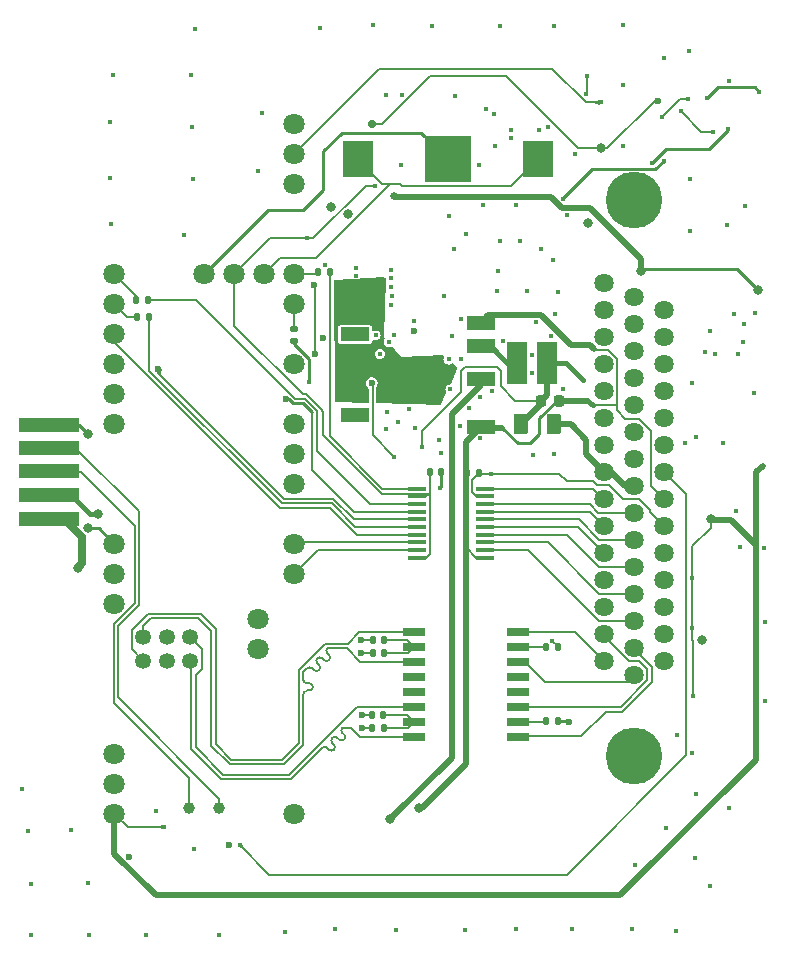
<source format=gtl>
G04 #@! TF.GenerationSoftware,KiCad,Pcbnew,8.0.4*
G04 #@! TF.CreationDate,2025-04-09T14:15:45-04:00*
G04 #@! TF.ProjectId,accessory_v4,61636365-7373-46f7-9279-5f76342e6b69,rev?*
G04 #@! TF.SameCoordinates,Original*
G04 #@! TF.FileFunction,Copper,L1,Top*
G04 #@! TF.FilePolarity,Positive*
%FSLAX46Y46*%
G04 Gerber Fmt 4.6, Leading zero omitted, Abs format (unit mm)*
G04 Created by KiCad (PCBNEW 8.0.4) date 2025-04-09 14:15:45*
%MOMM*%
%LPD*%
G01*
G04 APERTURE LIST*
G04 Aperture macros list*
%AMRoundRect*
0 Rectangle with rounded corners*
0 $1 Rounding radius*
0 $2 $3 $4 $5 $6 $7 $8 $9 X,Y pos of 4 corners*
0 Add a 4 corners polygon primitive as box body*
4,1,4,$2,$3,$4,$5,$6,$7,$8,$9,$2,$3,0*
0 Add four circle primitives for the rounded corners*
1,1,$1+$1,$2,$3*
1,1,$1+$1,$4,$5*
1,1,$1+$1,$6,$7*
1,1,$1+$1,$8,$9*
0 Add four rect primitives between the rounded corners*
20,1,$1+$1,$2,$3,$4,$5,0*
20,1,$1+$1,$4,$5,$6,$7,0*
20,1,$1+$1,$6,$7,$8,$9,0*
20,1,$1+$1,$8,$9,$2,$3,0*%
G04 Aperture macros list end*
G04 #@! TA.AperFunction,EtchedComponent*
%ADD10C,0.000000*%
G04 #@! TD*
G04 #@! TA.AperFunction,SMDPad,CuDef*
%ADD11R,5.200000X1.250000*%
G04 #@! TD*
G04 #@! TA.AperFunction,ComponentPad*
%ADD12C,1.800000*%
G04 #@! TD*
G04 #@! TA.AperFunction,ComponentPad*
%ADD13C,1.000000*%
G04 #@! TD*
G04 #@! TA.AperFunction,ComponentPad*
%ADD14C,1.350000*%
G04 #@! TD*
G04 #@! TA.AperFunction,SMDPad,CuDef*
%ADD15RoundRect,0.140000X0.140000X0.170000X-0.140000X0.170000X-0.140000X-0.170000X0.140000X-0.170000X0*%
G04 #@! TD*
G04 #@! TA.AperFunction,ComponentPad*
%ADD16C,1.638000*%
G04 #@! TD*
G04 #@! TA.AperFunction,ComponentPad*
%ADD17C,4.801000*%
G04 #@! TD*
G04 #@! TA.AperFunction,SMDPad,CuDef*
%ADD18RoundRect,0.051250X-0.733750X-0.153750X0.733750X-0.153750X0.733750X0.153750X-0.733750X0.153750X0*%
G04 #@! TD*
G04 #@! TA.AperFunction,SMDPad,CuDef*
%ADD19RoundRect,0.135000X-0.135000X-0.185000X0.135000X-0.185000X0.135000X0.185000X-0.135000X0.185000X0*%
G04 #@! TD*
G04 #@! TA.AperFunction,SMDPad,CuDef*
%ADD20R,2.440000X1.200000*%
G04 #@! TD*
G04 #@! TA.AperFunction,SMDPad,CuDef*
%ADD21RoundRect,0.225000X-0.225000X-0.250000X0.225000X-0.250000X0.225000X0.250000X-0.225000X0.250000X0*%
G04 #@! TD*
G04 #@! TA.AperFunction,SMDPad,CuDef*
%ADD22C,0.500000*%
G04 #@! TD*
G04 #@! TA.AperFunction,SMDPad,CuDef*
%ADD23R,2.540000X3.170000*%
G04 #@! TD*
G04 #@! TA.AperFunction,SMDPad,CuDef*
%ADD24R,3.960000X3.960000*%
G04 #@! TD*
G04 #@! TA.AperFunction,SMDPad,CuDef*
%ADD25RoundRect,0.140000X-0.140000X-0.170000X0.140000X-0.170000X0.140000X0.170000X-0.140000X0.170000X0*%
G04 #@! TD*
G04 #@! TA.AperFunction,SMDPad,CuDef*
%ADD26R,1.910000X0.640000*%
G04 #@! TD*
G04 #@! TA.AperFunction,SMDPad,CuDef*
%ADD27RoundRect,0.250000X-0.375000X-0.625000X0.375000X-0.625000X0.375000X0.625000X-0.375000X0.625000X0*%
G04 #@! TD*
G04 #@! TA.AperFunction,SMDPad,CuDef*
%ADD28R,1.701800X3.606800*%
G04 #@! TD*
G04 #@! TA.AperFunction,SMDPad,CuDef*
%ADD29RoundRect,0.135000X-0.185000X0.135000X-0.185000X-0.135000X0.185000X-0.135000X0.185000X0.135000X0*%
G04 #@! TD*
G04 #@! TA.AperFunction,ViaPad*
%ADD30C,0.800000*%
G04 #@! TD*
G04 #@! TA.AperFunction,ViaPad*
%ADD31C,0.450000*%
G04 #@! TD*
G04 #@! TA.AperFunction,ViaPad*
%ADD32C,0.700000*%
G04 #@! TD*
G04 #@! TA.AperFunction,ViaPad*
%ADD33C,0.600000*%
G04 #@! TD*
G04 #@! TA.AperFunction,ViaPad*
%ADD34C,0.650000*%
G04 #@! TD*
G04 #@! TA.AperFunction,Conductor*
%ADD35C,0.500000*%
G04 #@! TD*
G04 #@! TA.AperFunction,Conductor*
%ADD36C,0.700000*%
G04 #@! TD*
G04 #@! TA.AperFunction,Conductor*
%ADD37C,0.150000*%
G04 #@! TD*
G04 #@! TA.AperFunction,Conductor*
%ADD38C,0.200000*%
G04 #@! TD*
G04 #@! TA.AperFunction,Conductor*
%ADD39C,0.250000*%
G04 #@! TD*
G04 #@! TA.AperFunction,Conductor*
%ADD40C,0.400000*%
G04 #@! TD*
G04 APERTURE END LIST*
D10*
G04 #@! TA.AperFunction,EtchedComponent*
G36*
X41840000Y-36360000D02*
G01*
X40840000Y-36360000D01*
X40840000Y-35860000D01*
X41840000Y-35860000D01*
X41840000Y-36360000D01*
G37*
G04 #@! TD.AperFunction*
D11*
X3500000Y-35900000D03*
X3500000Y-37800000D03*
X3500000Y-39800000D03*
X3500000Y-41800000D03*
X3500000Y-43800000D03*
D12*
X8980000Y-63720000D03*
X19140000Y-23080000D03*
X24220000Y-48480000D03*
X24220000Y-45940000D03*
X24220000Y-40860000D03*
X24220000Y-38320000D03*
X24220000Y-35780000D03*
X8980000Y-35780000D03*
X8980000Y-45940000D03*
X8980000Y-48480000D03*
X8980000Y-51020000D03*
X24220000Y-30700000D03*
X24220000Y-25620000D03*
X24220000Y-23080000D03*
X24220000Y-15460000D03*
X24220000Y-12920000D03*
X24220000Y-10380000D03*
X8980000Y-23080000D03*
X8980000Y-25620000D03*
X8980000Y-28160000D03*
X8980000Y-30700000D03*
D13*
X17870000Y-68288000D03*
X15330000Y-68288000D03*
D12*
X24220000Y-68800000D03*
X8980000Y-33240000D03*
X8980000Y-66260000D03*
X16600000Y-23080000D03*
D14*
X13430000Y-53830000D03*
X13430000Y-55830000D03*
X11430000Y-55830000D03*
X11430000Y-53830000D03*
X15430000Y-53830000D03*
X15430000Y-55830000D03*
D12*
X21170000Y-54830000D03*
X21170000Y-52290000D03*
X21680000Y-23080000D03*
X8980000Y-68800000D03*
D15*
X31780000Y-60410000D03*
X30820000Y-60410000D03*
D16*
X50460000Y-55869000D03*
X50460000Y-53583000D03*
X50460000Y-51297000D03*
X50460000Y-49011000D03*
X50460000Y-46725000D03*
X50460000Y-44439000D03*
X50460000Y-42153000D03*
X50460000Y-39867000D03*
X50460000Y-37581000D03*
X50460000Y-35295000D03*
X50460000Y-33009000D03*
X50460000Y-30723000D03*
X50460000Y-28437000D03*
X50460000Y-26151000D03*
X50460000Y-23865000D03*
X53000000Y-57012000D03*
X53000000Y-54726000D03*
X53000000Y-52440000D03*
X53000000Y-50154000D03*
X53000000Y-47868000D03*
X53000000Y-45582000D03*
X53000000Y-43296000D03*
X53000000Y-41010000D03*
X53000000Y-38724000D03*
X53000000Y-36438000D03*
X53000000Y-34152000D03*
X53000000Y-31866000D03*
X53000000Y-29580000D03*
X53000000Y-27294000D03*
X53000000Y-25008000D03*
X55540000Y-55869000D03*
X55540000Y-53583000D03*
X55540000Y-51297000D03*
X55540000Y-49011000D03*
X55540000Y-46725000D03*
X55540000Y-44439000D03*
X55540000Y-42153000D03*
X55540000Y-39867000D03*
X55540000Y-37581000D03*
X55540000Y-35295000D03*
X55540000Y-33009000D03*
X55540000Y-30723000D03*
X55540000Y-28437000D03*
X55540000Y-26151000D03*
D17*
X53000000Y-63895000D03*
X53000000Y-16855000D03*
D18*
X34625000Y-41255000D03*
X34625000Y-41905000D03*
X34625000Y-42555000D03*
X34625000Y-43205000D03*
X34625000Y-43855000D03*
X34625000Y-44505000D03*
X34625000Y-45155000D03*
X34625000Y-45805000D03*
X34625000Y-46455000D03*
X34625000Y-47105000D03*
X40365000Y-47105000D03*
X40365000Y-46455000D03*
X40365000Y-45805000D03*
X40365000Y-45155000D03*
X40365000Y-44505000D03*
X40365000Y-43855000D03*
X40365000Y-43205000D03*
X40365000Y-42555000D03*
X40365000Y-41905000D03*
X40365000Y-41255000D03*
D15*
X31830000Y-55170000D03*
X30870000Y-55170000D03*
D19*
X10890000Y-26720000D03*
X11910000Y-26720000D03*
D20*
X40010000Y-27210000D03*
X40010000Y-29210000D03*
X40010000Y-32010000D03*
X40010000Y-36010000D03*
X29370000Y-28210000D03*
X29370000Y-35010000D03*
D21*
X45085000Y-33810000D03*
X46635000Y-33810000D03*
D19*
X45520000Y-54660000D03*
X46540000Y-54660000D03*
D22*
X41840000Y-36110000D03*
X40840000Y-36110000D03*
D23*
X44831000Y-13385800D03*
X29591000Y-13385800D03*
D24*
X37211000Y-13385800D03*
D15*
X39830000Y-39980000D03*
X38870000Y-39980000D03*
D25*
X35710000Y-39890000D03*
X36670000Y-39890000D03*
D19*
X26270000Y-22960000D03*
X27290000Y-22960000D03*
X45520000Y-60960000D03*
X46540000Y-60960000D03*
D26*
X34385000Y-53395000D03*
X34385000Y-54665000D03*
X34385000Y-55935000D03*
X34385000Y-57205000D03*
X34385000Y-58475000D03*
X34385000Y-59745000D03*
X34385000Y-61015000D03*
X34385000Y-62285000D03*
X43155000Y-62285000D03*
X43155000Y-61015000D03*
X43155000Y-59745000D03*
X43155000Y-58475000D03*
X43155000Y-57205000D03*
X43155000Y-55935000D03*
X43155000Y-54665000D03*
X43155000Y-53395000D03*
D19*
X10850000Y-25270000D03*
X11870000Y-25270000D03*
D15*
X31790000Y-61540000D03*
X30830000Y-61540000D03*
X31840000Y-54090000D03*
X30880000Y-54090000D03*
D27*
X43405600Y-35814000D03*
X46205600Y-35814000D03*
D28*
X43098400Y-30632400D03*
X45598400Y-30632400D03*
D29*
X24240000Y-27740000D03*
X24240000Y-28760000D03*
D30*
X6780000Y-44630000D03*
X6780000Y-36660000D03*
X32350000Y-69270000D03*
D31*
X32220000Y-28860000D03*
X13190000Y-69910000D03*
D32*
X30850000Y-10400000D03*
D31*
X57950000Y-58810000D03*
X56940000Y-9290000D03*
X40868600Y-40020000D03*
D33*
X30784800Y-32334200D03*
D30*
X50215800Y-12446000D03*
D31*
X59697600Y-11051752D03*
X57895000Y-48844200D03*
D30*
X59480000Y-43860000D03*
D31*
X32683600Y-38576400D03*
X57880548Y-53077900D03*
D33*
X55050000Y-8405000D03*
D31*
X63920000Y-39320000D03*
X35020000Y-37720000D03*
X57302400Y-37363400D03*
X48691800Y-32105600D03*
X55570000Y-4800000D03*
X31470000Y-29840000D03*
X60985400Y-10855000D03*
X54508400Y-13679500D03*
X62320000Y-27320000D03*
X37719000Y-20980400D03*
X59131200Y-8229600D03*
X39979600Y-33502600D03*
X41656000Y-20294600D03*
X46970000Y-16705000D03*
X63601600Y-7670800D03*
X55493098Y-13487400D03*
X41859200Y-28752800D03*
X62220000Y-28860000D03*
X37617258Y-28321142D03*
X37443351Y-32859999D03*
X39979600Y-37007800D03*
X37287200Y-30327600D03*
X37292600Y-18209000D03*
X33943000Y-34493200D03*
X55397400Y-9804400D03*
X57577316Y-8314540D03*
D33*
X12700000Y-31115000D03*
X25960000Y-29843800D03*
X25940000Y-24000000D03*
D34*
X32700000Y-16450000D03*
D30*
X63520000Y-24410000D03*
X53620000Y-22830000D03*
D31*
X31110000Y-28290500D03*
X19610000Y-71420000D03*
D30*
X7580000Y-43420000D03*
D31*
X25476200Y-32258000D03*
D33*
X23537891Y-33637509D03*
D31*
X50175194Y-8551318D03*
X53111400Y-73101200D03*
X47777400Y-78511400D03*
X8686800Y-18846800D03*
D33*
X29890000Y-55170000D03*
D31*
X32380000Y-22720000D03*
X42590000Y-11620000D03*
X52019200Y-7061200D03*
X36652200Y-38277800D03*
D30*
X49098200Y-18770600D03*
D31*
X59400000Y-74950000D03*
X12550000Y-68520000D03*
X43357800Y-20320000D03*
X60880000Y-18910000D03*
X33300000Y-13840000D03*
X32440000Y-24220000D03*
X60500000Y-37430000D03*
X27711400Y-78562200D03*
X29440000Y-25930000D03*
X58150000Y-72520000D03*
X1651000Y-70231000D03*
X57637800Y-4200800D03*
X61070000Y-6760000D03*
X38658800Y-78613000D03*
X8610600Y-10261600D03*
X40980000Y-32985002D03*
X63220000Y-26416000D03*
X29440000Y-22620000D03*
X59860000Y-29850000D03*
X6756400Y-74650600D03*
X62001400Y-46202600D03*
X42550000Y-10870000D03*
X59030000Y-29670000D03*
X35365400Y-33020000D03*
X46150000Y-21940000D03*
X36931600Y-24942800D03*
X64109600Y-59283600D03*
X5359400Y-70129400D03*
X17856200Y-79095600D03*
X26870000Y-22300000D03*
X64033400Y-46278800D03*
D33*
X27890000Y-31640000D03*
D31*
X32970000Y-35640000D03*
X41605200Y-2108200D03*
X14859000Y-19761200D03*
X41158404Y-9533598D03*
X47330000Y-18130000D03*
X44324302Y-29946600D03*
X61630000Y-43140000D03*
X15671800Y-15011400D03*
D33*
X29890000Y-54090000D03*
D31*
X45923200Y-28321000D03*
D33*
X29950000Y-60410000D03*
D31*
X57700000Y-19450000D03*
X32816800Y-78638400D03*
X61835000Y-29840000D03*
X31970000Y-7930000D03*
X29340000Y-25050000D03*
X42976800Y-78587600D03*
X45160000Y-20980000D03*
X58240000Y-36880000D03*
X40202800Y-17241200D03*
X46177200Y-38303200D03*
D33*
X29930000Y-61560000D03*
D31*
X15519400Y-6273800D03*
X41480000Y-22840000D03*
X52070000Y-12293600D03*
X32440000Y-25760000D03*
X15710000Y-71807500D03*
X62370000Y-17360000D03*
D33*
X34360000Y-27930000D03*
D31*
X32090000Y-34780000D03*
X43916600Y-24511000D03*
X34350000Y-27080000D03*
X38330000Y-30319802D03*
D30*
X34820000Y-68280000D03*
D31*
X1193800Y-66675000D03*
X38765800Y-19682200D03*
X41220000Y-12230000D03*
X56515000Y-78689200D03*
X40470000Y-9085000D03*
X23418800Y-78841600D03*
X15544800Y-10617200D03*
X44404054Y-38388129D03*
D33*
X26670000Y-28510000D03*
D31*
X63150000Y-33200000D03*
X56600000Y-62090000D03*
X61480000Y-26500000D03*
X30911800Y-2032000D03*
X44348400Y-31445200D03*
X21513800Y-9474200D03*
X29430000Y-23250000D03*
D33*
X18740000Y-71480000D03*
D31*
X37800000Y-8035000D03*
X57760000Y-15070000D03*
D30*
X27370000Y-17420000D03*
D31*
X41427400Y-24511000D03*
X34470000Y-36130000D03*
X15824200Y-2336800D03*
X29380000Y-24220000D03*
D33*
X10200000Y-72430000D03*
D31*
X42976800Y-17272000D03*
X33390000Y-7940000D03*
X38981942Y-34409400D03*
X45720000Y-10668000D03*
X36474400Y-37109400D03*
X32430000Y-23440000D03*
X26416000Y-2260600D03*
X52044600Y-2006600D03*
X21158200Y-14351000D03*
X38252400Y-35991800D03*
X57920000Y-32310000D03*
X46228000Y-2108200D03*
X64109600Y-52578000D03*
X8915400Y-6273800D03*
X39900000Y-13870000D03*
X32490000Y-24990000D03*
D30*
X28810000Y-18020000D03*
D31*
X6858000Y-79019400D03*
X46278800Y-26466800D03*
X32010000Y-36230000D03*
X36525200Y-41198800D03*
X52806600Y-78536800D03*
X55702200Y-70002400D03*
X28330000Y-33510000D03*
X59390000Y-27940000D03*
X11709400Y-79019400D03*
X8610600Y-14986000D03*
D33*
X47480000Y-61000000D03*
D31*
X46050200Y-54127400D03*
X35890200Y-2057400D03*
X44729400Y-27196026D03*
X46532800Y-24587200D03*
X1955800Y-79095600D03*
X58267600Y-67106800D03*
X32650000Y-28240000D03*
D33*
X30378400Y-31130000D03*
D31*
X46960000Y-32800000D03*
X44958000Y-10922000D03*
X1930400Y-74777600D03*
X61036200Y-68275200D03*
X38303200Y-26873200D03*
X25270000Y-20070000D03*
X48958768Y-7841232D03*
X48006000Y-12954000D03*
X49022000Y-6350000D03*
X31090000Y-15610000D03*
X57930000Y-63660000D03*
D30*
X58790000Y-54050000D03*
X5900000Y-47950000D03*
D35*
X53620000Y-21849100D02*
X53620000Y-22830000D01*
X49275900Y-17505000D02*
X53620000Y-21849100D01*
X46865000Y-17505000D02*
X49275900Y-17505000D01*
X32700000Y-16450000D02*
X32866200Y-16616200D01*
X32866200Y-16616200D02*
X45976200Y-16616200D01*
X45976200Y-16616200D02*
X46865000Y-17505000D01*
D36*
X4699400Y-43829400D02*
X3479800Y-43829400D01*
X6250000Y-45380000D02*
X4699400Y-43829400D01*
X6250000Y-47600000D02*
X6250000Y-45380000D01*
X5900000Y-47950000D02*
X6250000Y-47600000D01*
D37*
X11040000Y-51104264D02*
X9280000Y-52864264D01*
X11040000Y-43180000D02*
X11040000Y-51104264D01*
X9280000Y-52864264D02*
X9280000Y-58936000D01*
X17870000Y-67526000D02*
X17870000Y-68288000D01*
X5689400Y-37829400D02*
X11040000Y-43180000D01*
X3479800Y-37829400D02*
X5689400Y-37829400D01*
X9280000Y-58936000D02*
X17870000Y-67526000D01*
X8980000Y-59430000D02*
X15330000Y-65780000D01*
X15330000Y-65780000D02*
X15330000Y-68288000D01*
X8980000Y-52740000D02*
X8980000Y-59430000D01*
X6149000Y-39829400D02*
X10740000Y-44420400D01*
X10740000Y-44420400D02*
X10740000Y-50980000D01*
X3479800Y-39829400D02*
X6149000Y-39829400D01*
X10740000Y-50980000D02*
X8980000Y-52740000D01*
D38*
X24968400Y-33288400D02*
X19140000Y-27460000D01*
X26480000Y-34524696D02*
X25243704Y-33288400D01*
X26700000Y-34760000D02*
X26480000Y-34540000D01*
X26700000Y-36754975D02*
X26700000Y-34760000D01*
X31655025Y-41710000D02*
X26700000Y-36754975D01*
X26480000Y-34540000D02*
X26480000Y-34524696D01*
X35604999Y-41710000D02*
X31655025Y-41710000D01*
X19140000Y-27460000D02*
X19140000Y-23080000D01*
X25243704Y-33288400D02*
X24968400Y-33288400D01*
X35409999Y-41905000D02*
X35604999Y-41710000D01*
D39*
X6780000Y-44630000D02*
X7670000Y-44630000D01*
X7670000Y-44630000D02*
X8980000Y-45940000D01*
D40*
X5329600Y-41829400D02*
X3479800Y-41829400D01*
X6920200Y-43420000D02*
X5329600Y-41829400D01*
X7580000Y-43420000D02*
X6920200Y-43420000D01*
D39*
X6020000Y-35900000D02*
X6780000Y-36660000D01*
X3500000Y-35900000D02*
X6020000Y-35900000D01*
D35*
X40010000Y-32480000D02*
X40010000Y-32010000D01*
X37580000Y-64040000D02*
X37580000Y-34910000D01*
X32350000Y-69270000D02*
X37580000Y-64040000D01*
X37580000Y-34910000D02*
X40010000Y-32480000D01*
X38730000Y-37290000D02*
X40010000Y-36010000D01*
X38730000Y-64560000D02*
X38730000Y-37290000D01*
X35010000Y-68280000D02*
X38730000Y-64560000D01*
X34820000Y-68280000D02*
X35010000Y-68280000D01*
D38*
X42601000Y-15615800D02*
X33378973Y-15615800D01*
X32360000Y-15450000D02*
X31655200Y-15450000D01*
X31655200Y-15450000D02*
X29591000Y-13385800D01*
X33378973Y-15615800D02*
X33213173Y-15450000D01*
X32360000Y-15450000D02*
X26070000Y-21740000D01*
X23020000Y-21740000D02*
X21680000Y-23080000D01*
X33213173Y-15450000D02*
X32360000Y-15450000D01*
X44831000Y-13385800D02*
X42601000Y-15615800D01*
X26070000Y-21740000D02*
X23020000Y-21740000D01*
X33860000Y-61540000D02*
X34385000Y-61015000D01*
X31780000Y-60410000D02*
X33780000Y-60410000D01*
X33780000Y-60410000D02*
X34385000Y-61015000D01*
X31790000Y-61540000D02*
X33860000Y-61540000D01*
X31830000Y-55170000D02*
X33880000Y-55170000D01*
X31840000Y-54090000D02*
X33810000Y-54090000D01*
X33810000Y-54090000D02*
X34385000Y-54665000D01*
X33880000Y-55170000D02*
X34385000Y-54665000D01*
X35752463Y-6320000D02*
X42114463Y-6320000D01*
X57880548Y-48858652D02*
X57880548Y-53077900D01*
X52049000Y-42129000D02*
X53415505Y-42129000D01*
X57950000Y-54129239D02*
X57950000Y-58810000D01*
X57895000Y-51540000D02*
X57895000Y-46155000D01*
X46670000Y-40020000D02*
X47290000Y-40640000D01*
X57880548Y-54059787D02*
X57950000Y-54129239D01*
X57895000Y-48844200D02*
X57880548Y-48858652D01*
X31672463Y-10400000D02*
X35752463Y-6320000D01*
D35*
X51840000Y-75710000D02*
X63350000Y-64200000D01*
D38*
X39629336Y-41905000D02*
X40365000Y-41905000D01*
X54350000Y-43063495D02*
X54350000Y-43249000D01*
X13190000Y-69910000D02*
X13170000Y-69930000D01*
X59480000Y-44570000D02*
X59480000Y-43860000D01*
D35*
X61210000Y-43880000D02*
X59500000Y-43880000D01*
D38*
X55540000Y-44439000D02*
X54350000Y-43249000D01*
X54740000Y-8405000D02*
X55050000Y-8405000D01*
D35*
X63350000Y-46020000D02*
X63350000Y-39890000D01*
D38*
X39870000Y-40020000D02*
X40868600Y-40020000D01*
X39830000Y-39980000D02*
X39280000Y-40530000D01*
X48240463Y-12446000D02*
X50215800Y-12446000D01*
X30861000Y-36753800D02*
X30861000Y-32410400D01*
X42114463Y-6320000D02*
X48240463Y-12446000D01*
D35*
X63350000Y-39890000D02*
X63920000Y-39320000D01*
D38*
X56940000Y-9290000D02*
X58701752Y-11051752D01*
X13170000Y-69930000D02*
X10110000Y-69930000D01*
X30861000Y-32410400D02*
X30784800Y-32334200D01*
X10110000Y-69930000D02*
X8980000Y-68800000D01*
X47290000Y-40640000D02*
X49533000Y-40640000D01*
X50699000Y-12446000D02*
X54740000Y-8405000D01*
X30850000Y-10400000D02*
X31672463Y-10400000D01*
X49879000Y-40986000D02*
X50906000Y-40986000D01*
X40868600Y-40020000D02*
X46670000Y-40020000D01*
X32683600Y-38576400D02*
X30861000Y-36753800D01*
X39280000Y-41555664D02*
X39629336Y-41905000D01*
D35*
X63350000Y-64200000D02*
X63350000Y-46020000D01*
X12490050Y-75710000D02*
X51840000Y-75710000D01*
D38*
X58701752Y-11051752D02*
X59697600Y-11051752D01*
X50906000Y-40986000D02*
X52049000Y-42129000D01*
D35*
X63350000Y-46020000D02*
X61210000Y-43880000D01*
D38*
X57895000Y-46155000D02*
X59480000Y-44570000D01*
X50215800Y-12446000D02*
X50699000Y-12446000D01*
D35*
X8980000Y-72199950D02*
X12490050Y-75710000D01*
D38*
X39280000Y-40530000D02*
X39280000Y-41555664D01*
D35*
X59500000Y-43880000D02*
X59480000Y-43860000D01*
D38*
X39830000Y-39980000D02*
X39870000Y-40020000D01*
D35*
X8980000Y-68800000D02*
X8980000Y-72199950D01*
D38*
X57880548Y-53077900D02*
X57880548Y-54059787D01*
X49533000Y-40640000D02*
X49879000Y-40986000D01*
X53415505Y-42129000D02*
X54350000Y-43063495D01*
X41360000Y-30980000D02*
X41700000Y-31320000D01*
X38330000Y-33070000D02*
X38330000Y-31330000D01*
D35*
X45598400Y-33296600D02*
X45598400Y-30632400D01*
D38*
X38330000Y-31330000D02*
X38680000Y-30980000D01*
X35020000Y-36380000D02*
X38330000Y-33070000D01*
D35*
X45085000Y-33810000D02*
X45598400Y-33296600D01*
D40*
X47218600Y-30632400D02*
X45598400Y-30632400D01*
D38*
X42950000Y-33810000D02*
X45085000Y-33810000D01*
D40*
X48691800Y-32105600D02*
X47218600Y-30632400D01*
D38*
X35020000Y-37720000D02*
X35020000Y-36380000D01*
D35*
X45085000Y-33810000D02*
X45085000Y-34134600D01*
D38*
X41700000Y-32560000D02*
X42950000Y-33810000D01*
X38680000Y-30980000D02*
X41360000Y-30980000D01*
D35*
X45085000Y-34134600D02*
X43405600Y-35814000D01*
D38*
X41700000Y-31320000D02*
X41700000Y-32560000D01*
D39*
X59334400Y-12522200D02*
X60985400Y-10871200D01*
X54508400Y-13679500D02*
X55665700Y-12522200D01*
X60985400Y-10871200D02*
X60985400Y-10855000D01*
X55665700Y-12522200D02*
X59334400Y-12522200D01*
X60096400Y-7264400D02*
X59131200Y-8229600D01*
X63601600Y-7670800D02*
X63195200Y-7264400D01*
X63195200Y-7264400D02*
X60096400Y-7264400D01*
X46970000Y-16705000D02*
X46970000Y-16682400D01*
X49472900Y-14179500D02*
X54800998Y-14179500D01*
X54800998Y-14179500D02*
X55493098Y-13487400D01*
X46970000Y-16682400D02*
X49472900Y-14179500D01*
D38*
X57577316Y-8314540D02*
X56887260Y-8314540D01*
X56887260Y-8314540D02*
X55397400Y-9804400D01*
X10850000Y-24950001D02*
X10850000Y-25270000D01*
X8980000Y-23080000D02*
X10850000Y-24950001D01*
X12700000Y-31490000D02*
X23338287Y-42128287D01*
X23338287Y-42128287D02*
X27523287Y-42128287D01*
X29250000Y-43855000D02*
X34625000Y-43855000D01*
X27523287Y-42128287D02*
X29250000Y-43855000D01*
X12700000Y-31115000D02*
X12700000Y-31490000D01*
X8980000Y-28829974D02*
X8980000Y-28160000D01*
X29560052Y-45155000D02*
X27278662Y-42873610D01*
X34625000Y-45155000D02*
X29560052Y-45155000D01*
X23023636Y-42873610D02*
X8980000Y-28829974D01*
X27278662Y-42873610D02*
X23023636Y-42873610D01*
X25960000Y-24020000D02*
X25940000Y-24000000D01*
X25960000Y-29843800D02*
X25960000Y-24020000D01*
X15330000Y-68288000D02*
X15330000Y-67910000D01*
X45465000Y-57610000D02*
X52402000Y-57610000D01*
X43790000Y-55935000D02*
X45465000Y-57610000D01*
X43155000Y-55935000D02*
X43790000Y-55935000D01*
X52402000Y-57610000D02*
X53000000Y-57012000D01*
X47986000Y-53395000D02*
X50460000Y-55869000D01*
X43155000Y-53395000D02*
X47986000Y-53395000D01*
X53590686Y-55445000D02*
X54519000Y-56373315D01*
X54519000Y-57641191D02*
X52015190Y-60145000D01*
X54519000Y-56373315D02*
X54519000Y-57641191D01*
X53590686Y-55316686D02*
X53000000Y-54726000D01*
X50585000Y-60145000D02*
X48480000Y-62250000D01*
X53590686Y-55445000D02*
X53590686Y-55316686D01*
X52015190Y-60145000D02*
X50585000Y-60145000D01*
X48480000Y-62250000D02*
X43190000Y-62250000D01*
X43190000Y-62250000D02*
X43155000Y-62285000D01*
X54119000Y-56539000D02*
X53425000Y-55845000D01*
X54119000Y-57475505D02*
X54119000Y-56539000D01*
X53425000Y-55845000D02*
X52536495Y-55845000D01*
X52536495Y-55845000D02*
X50460000Y-53768505D01*
X50460000Y-53768505D02*
X50460000Y-53583000D01*
X51849505Y-59745000D02*
X54119000Y-57475505D01*
X43155000Y-59745000D02*
X51849505Y-59745000D01*
X45465000Y-61015000D02*
X45520000Y-60960000D01*
X43155000Y-61015000D02*
X45465000Y-61015000D01*
X43155000Y-54665000D02*
X45515000Y-54665000D01*
X45515000Y-54665000D02*
X45520000Y-54660000D01*
X26860000Y-54380000D02*
X28751471Y-54380000D01*
X23230000Y-64210000D02*
X24600000Y-62840000D01*
X24600000Y-62840000D02*
X24600000Y-56640000D01*
X28751471Y-54380000D02*
X29736471Y-53395000D01*
X11870000Y-51840000D02*
X16290000Y-51840000D01*
X18910000Y-64210000D02*
X23230000Y-64210000D01*
X17600000Y-62900000D02*
X18910000Y-64210000D01*
X29736471Y-53395000D02*
X34385000Y-53395000D01*
X24600000Y-56640000D02*
X26860000Y-54380000D01*
X10455000Y-54855000D02*
X10455000Y-53255000D01*
X11430000Y-55830000D02*
X10455000Y-54855000D01*
X16290000Y-51840000D02*
X17600000Y-53150000D01*
X17600000Y-53150000D02*
X17600000Y-62900000D01*
X10455000Y-53255000D02*
X11870000Y-51840000D01*
X25000000Y-63005685D02*
X23385686Y-64620000D01*
X26177155Y-56052796D02*
X26322680Y-56198321D01*
X34385000Y-55935000D02*
X29806471Y-55935000D01*
X27025685Y-55204266D02*
X27171197Y-55349778D01*
X26177156Y-56052796D02*
X26177155Y-56052796D01*
X27171198Y-55774042D02*
X27171197Y-55774044D01*
X25328627Y-56477060D02*
X25000000Y-56805686D01*
X11430000Y-52920000D02*
X11430000Y-53830000D01*
X27025686Y-55204266D02*
X27025685Y-55204266D01*
X25000000Y-58655686D02*
X25000000Y-63005685D01*
X25000000Y-56805686D02*
X25000000Y-57455686D01*
X26177158Y-55628532D02*
X26177156Y-55628530D01*
X18754314Y-64620000D02*
X17200000Y-63065685D01*
X12110000Y-52240000D02*
X11430000Y-52920000D01*
X17200000Y-53350000D02*
X16090000Y-52240000D01*
X26177157Y-55628532D02*
X26177158Y-55628532D01*
X25898417Y-56622585D02*
X25752893Y-56477061D01*
X28651471Y-54780000D02*
X27025686Y-54780000D01*
X26746933Y-55774044D02*
X26601422Y-55628533D01*
X27171198Y-55774043D02*
X27171198Y-55774042D01*
X26322680Y-56622585D02*
X26322681Y-56622585D01*
X25328629Y-56477061D02*
X25328627Y-56477060D01*
X17200000Y-63065685D02*
X17200000Y-53350000D01*
X25505810Y-58355686D02*
X25300000Y-58355686D01*
X23385686Y-64620000D02*
X18754314Y-64620000D01*
X29806471Y-55935000D02*
X28651471Y-54780000D01*
X25300000Y-57755686D02*
X25505810Y-57755686D01*
X16090000Y-52240000D02*
X12110000Y-52240000D01*
X27171197Y-55349778D02*
G75*
G02*
X27171187Y-55774032I-212097J-212122D01*
G01*
X27171197Y-55774044D02*
G75*
G02*
X26746933Y-55774044I-212132J212132D01*
G01*
X26177156Y-55628530D02*
G75*
G03*
X26177119Y-56052833I212144J-212170D01*
G01*
X25505810Y-57755686D02*
G75*
G02*
X25805814Y-58055686I-10J-300014D01*
G01*
X25805810Y-58055686D02*
G75*
G02*
X25505810Y-58355710I-300010J-14D01*
G01*
X27025686Y-54780000D02*
G75*
G03*
X27025719Y-55204233I212114J-212100D01*
G01*
X25300000Y-58355686D02*
G75*
G03*
X24999986Y-58655686I0J-300014D01*
G01*
X25000000Y-57455686D02*
G75*
G03*
X25300000Y-57755700I300000J-14D01*
G01*
X26601422Y-55628533D02*
G75*
G03*
X26177168Y-55628543I-212122J-212167D01*
G01*
X25752893Y-56477061D02*
G75*
G03*
X25328629Y-56477061I-212132J-212132D01*
G01*
X26322681Y-56622585D02*
G75*
G02*
X25898417Y-56622585I-212132J212132D01*
G01*
X26322680Y-56198321D02*
G75*
G02*
X26322727Y-56622632I-212180J-212179D01*
G01*
X15880000Y-63170000D02*
X18200000Y-65490000D01*
X15880000Y-57070000D02*
X15880000Y-63170000D01*
X16405000Y-54805000D02*
X16405000Y-56545000D01*
X16405000Y-56545000D02*
X15880000Y-57070000D01*
X23754314Y-65490000D02*
X29499314Y-59745000D01*
X18200000Y-65490000D02*
X23754314Y-65490000D01*
X29499314Y-59745000D02*
X34385000Y-59745000D01*
X15430000Y-53830000D02*
X16405000Y-54805000D01*
X27174134Y-63353988D02*
X27027207Y-63207061D01*
X26602941Y-63207060D02*
X23920000Y-65890000D01*
X18034315Y-65890000D02*
X15480000Y-63335686D01*
X28022664Y-62505458D02*
X27875737Y-62358531D01*
X28299999Y-61934266D02*
X28446927Y-62081194D01*
X27598397Y-63353988D02*
X27598398Y-63353988D01*
X34385000Y-62285000D02*
X29806471Y-62285000D01*
X27451469Y-62782796D02*
X27598397Y-62929724D01*
X26602943Y-63207061D02*
X26602941Y-63207060D01*
X27451470Y-62782796D02*
X27451469Y-62782796D01*
X15480000Y-63335686D02*
X15480000Y-55880000D01*
X23920000Y-65890000D02*
X18034315Y-65890000D01*
X15480000Y-55880000D02*
X15430000Y-55830000D01*
X27451471Y-62358530D02*
X27451470Y-62358530D01*
X29806471Y-62285000D02*
X29031471Y-61510000D01*
X28300000Y-61934266D02*
X28299999Y-61934266D01*
X28446927Y-62505458D02*
X28446928Y-62505458D01*
X29031471Y-61510000D02*
X28300000Y-61510000D01*
X27451473Y-62358531D02*
X27451471Y-62358530D01*
X28300000Y-61510000D02*
G75*
G03*
X28300033Y-61934233I212100J-212100D01*
G01*
X27598397Y-62929724D02*
G75*
G02*
X27598441Y-63354032I-212097J-212176D01*
G01*
X27451470Y-62358530D02*
G75*
G03*
X27451433Y-62782833I212130J-212170D01*
G01*
X28446928Y-62505458D02*
G75*
G02*
X28022664Y-62505458I-212132J212132D01*
G01*
X27027207Y-63207061D02*
G75*
G03*
X26602943Y-63207061I-212132J-212132D01*
G01*
X27875737Y-62358531D02*
G75*
G03*
X27451473Y-62358531I-212132J-212132D01*
G01*
X27598398Y-63353988D02*
G75*
G02*
X27174134Y-63353988I-212132J212132D01*
G01*
X28446927Y-62081194D02*
G75*
G02*
X28446901Y-62505432I-212127J-212106D01*
G01*
X26150000Y-23080000D02*
X26270000Y-22960000D01*
X24220000Y-23080000D02*
X26150000Y-23080000D01*
X24220000Y-25620000D02*
X24220000Y-27720000D01*
X24220000Y-27720000D02*
X24240000Y-27740000D01*
X10080000Y-26720000D02*
X10890000Y-26720000D01*
X8980000Y-25620000D02*
X10080000Y-26720000D01*
X34625000Y-46455000D02*
X26245000Y-46455000D01*
X26245000Y-46455000D02*
X24220000Y-48480000D01*
X24351000Y-45805000D02*
X24220000Y-45936000D01*
X34625000Y-45805000D02*
X24351000Y-45805000D01*
X40365000Y-44505000D02*
X48240000Y-44505000D01*
X48240000Y-44505000D02*
X50460000Y-46725000D01*
X49226000Y-43205000D02*
X50460000Y-44439000D01*
X40365000Y-43205000D02*
X49226000Y-43205000D01*
X40365000Y-41255000D02*
X49562000Y-41255000D01*
X49562000Y-41255000D02*
X50460000Y-42153000D01*
X40365000Y-46455000D02*
X44035495Y-46455000D01*
X44035495Y-46455000D02*
X50020495Y-52440000D01*
X50020495Y-52440000D02*
X53000000Y-52440000D01*
X40365000Y-45805000D02*
X45671495Y-45805000D01*
X50020495Y-50154000D02*
X53000000Y-50154000D01*
X45671495Y-45805000D02*
X50020495Y-50154000D01*
X40365000Y-45155000D02*
X47307495Y-45155000D01*
X50020495Y-47868000D02*
X53000000Y-47868000D01*
X47307495Y-45155000D02*
X50020495Y-47868000D01*
X40365000Y-43855000D02*
X48293495Y-43855000D01*
X48293495Y-43855000D02*
X50020495Y-45582000D01*
X50020495Y-45582000D02*
X53000000Y-45582000D01*
X49972495Y-43296000D02*
X53000000Y-43296000D01*
X49231495Y-42555000D02*
X49972495Y-43296000D01*
X40365000Y-42555000D02*
X49231495Y-42555000D01*
D39*
X53620000Y-22830000D02*
X53808748Y-22641252D01*
X61751252Y-22641252D02*
X63520000Y-24410000D01*
X53808748Y-22641252D02*
X61751252Y-22641252D01*
D38*
X55540000Y-39867000D02*
X57370000Y-41697000D01*
X22130000Y-73940000D02*
X19610000Y-71420000D01*
X47290000Y-73940000D02*
X22130000Y-73940000D01*
X57370000Y-41697000D02*
X57370000Y-63860000D01*
X57370000Y-63860000D02*
X47290000Y-73940000D01*
X27290000Y-36850000D02*
X31695000Y-41255000D01*
X27290000Y-22960000D02*
X27290000Y-36850000D01*
X31695000Y-41255000D02*
X34625000Y-41255000D01*
X30642400Y-42555000D02*
X26130000Y-38042600D01*
X26130000Y-38042600D02*
X26130000Y-34669670D01*
X24316600Y-33638400D02*
X15948200Y-25270000D01*
X26130000Y-34669670D02*
X25098730Y-33638400D01*
X25098730Y-33638400D02*
X24316600Y-33638400D01*
X34625000Y-42555000D02*
X30642400Y-42555000D01*
X15948200Y-25270000D02*
X11870000Y-25270000D01*
X29275000Y-43205000D02*
X34625000Y-43205000D01*
X25730000Y-34800000D02*
X25730000Y-39660000D01*
D39*
X24161270Y-34013400D02*
X24943400Y-34013400D01*
X24240000Y-29054299D02*
X24240000Y-28760000D01*
X23537891Y-33637509D02*
X23785379Y-33637509D01*
D38*
X25730000Y-39660000D02*
X29275000Y-43205000D01*
D39*
X25476200Y-32258000D02*
X25476200Y-30290499D01*
X24943400Y-34013400D02*
X25730000Y-34800000D01*
X23785379Y-33637509D02*
X24161270Y-34013400D01*
X25476200Y-30290499D02*
X24240000Y-29054299D01*
D38*
X11910000Y-26720000D02*
X11910000Y-31265000D01*
X29405026Y-44505000D02*
X34625000Y-44505000D01*
X23168610Y-42523610D02*
X27423636Y-42523610D01*
X27423636Y-42523610D02*
X29405026Y-44505000D01*
X11910000Y-31265000D02*
X23168610Y-42523610D01*
X48935073Y-8560000D02*
X50180000Y-8560000D01*
X31430000Y-5710000D02*
X46085073Y-5710000D01*
X46085073Y-5710000D02*
X48935073Y-8560000D01*
X24220000Y-12920000D02*
X31430000Y-5710000D01*
D35*
X52190000Y-41010000D02*
X51047000Y-39867000D01*
X47628000Y-35814000D02*
X46205600Y-35814000D01*
X48920400Y-38327400D02*
X48920400Y-37106400D01*
X48920400Y-37106400D02*
X47628000Y-35814000D01*
X50460000Y-39867000D02*
X48920400Y-38327400D01*
X53000000Y-41010000D02*
X52190000Y-41010000D01*
X51047000Y-39867000D02*
X50460000Y-39867000D01*
D38*
X51529000Y-34188400D02*
X49479200Y-34188400D01*
D35*
X45111026Y-26571026D02*
X47623123Y-29083123D01*
D38*
X54471000Y-41084000D02*
X54471000Y-36397205D01*
X50754795Y-29506000D02*
X49648200Y-29506000D01*
D39*
X44970000Y-36630000D02*
X44970000Y-35300210D01*
D35*
X44971026Y-26571026D02*
X44980000Y-26580000D01*
X40010000Y-27210000D02*
X40648974Y-26571026D01*
D38*
X49648200Y-29506000D02*
X49580800Y-29438600D01*
D35*
X46520400Y-33832800D02*
X49123600Y-33832800D01*
D38*
X51529000Y-30280205D02*
X50754795Y-29506000D01*
X55540000Y-42153000D02*
X54471000Y-41084000D01*
D35*
X44971026Y-26571026D02*
X45111026Y-26571026D01*
D38*
X52247800Y-35331400D02*
X51529000Y-34612600D01*
D39*
X44970000Y-35300210D02*
X46437410Y-33832800D01*
D38*
X51529000Y-34612600D02*
X51529000Y-34188400D01*
X53405195Y-35331400D02*
X52247800Y-35331400D01*
D35*
X47623123Y-29083123D02*
X49225323Y-29083123D01*
X49225323Y-29083123D02*
X49580800Y-29438600D01*
D39*
X44200000Y-37400000D02*
X44970000Y-36630000D01*
D38*
X51529000Y-34188400D02*
X51529000Y-30280205D01*
D40*
X49479200Y-34188400D02*
X49276000Y-33985200D01*
D38*
X54471000Y-36397205D02*
X53405195Y-35331400D01*
D39*
X43130000Y-37400000D02*
X41840000Y-36110000D01*
X44200000Y-37400000D02*
X43130000Y-37400000D01*
X46437410Y-33832800D02*
X46520400Y-33832800D01*
D35*
X40648974Y-26571026D02*
X44971026Y-26571026D01*
D38*
X29950000Y-61540000D02*
X30830000Y-61540000D01*
D39*
X26700000Y-15950000D02*
X24950000Y-17700000D01*
D38*
X29930000Y-61560000D02*
X29950000Y-61540000D01*
D39*
X36670000Y-41054000D02*
X36525200Y-41198800D01*
X40840000Y-36110000D02*
X40110000Y-36110000D01*
D38*
X29890000Y-54090000D02*
X30880000Y-54090000D01*
D39*
X28250000Y-11150000D02*
X26700000Y-12700000D01*
X46540000Y-60960000D02*
X47440000Y-60960000D01*
X36670000Y-39890000D02*
X36670000Y-41054000D01*
D38*
X46540000Y-54660000D02*
X46540000Y-54617200D01*
D39*
X24950000Y-17700000D02*
X21980000Y-17700000D01*
X34975200Y-11150000D02*
X28250000Y-11150000D01*
D38*
X46540000Y-54617200D02*
X46050200Y-54127400D01*
D39*
X40110000Y-36110000D02*
X40010000Y-36010000D01*
X26700000Y-12700000D02*
X26700000Y-15950000D01*
X21980000Y-17700000D02*
X16600000Y-23080000D01*
D38*
X29950000Y-60410000D02*
X30820000Y-60410000D01*
D39*
X47440000Y-60960000D02*
X47480000Y-61000000D01*
D38*
X40365000Y-47105000D02*
X39595000Y-47105000D01*
X29890000Y-55170000D02*
X30870000Y-55170000D01*
D39*
X37211000Y-13385800D02*
X34975200Y-11150000D01*
D38*
X39595000Y-47105000D02*
X38730000Y-46240000D01*
D40*
X42280928Y-30632400D02*
X40434264Y-28785736D01*
X43098400Y-30632400D02*
X42280928Y-30632400D01*
D38*
X35409999Y-47105000D02*
X35710000Y-46804999D01*
X35409999Y-41905000D02*
X35710000Y-41604999D01*
X31090000Y-15610000D02*
X30300761Y-15610000D01*
X25270000Y-20070000D02*
X22150000Y-20070000D01*
X35710000Y-46804999D02*
X35710000Y-41604999D01*
X30300761Y-15610000D02*
X25840761Y-20070000D01*
X25840761Y-20070000D02*
X25270000Y-20070000D01*
X34625000Y-47105000D02*
X35409999Y-47105000D01*
X49022000Y-7778000D02*
X48958768Y-7841232D01*
X22150000Y-20070000D02*
X19140000Y-23080000D01*
X49022000Y-6350000D02*
X49022000Y-7778000D01*
X35710000Y-41604999D02*
X35710000Y-39890000D01*
X34625000Y-41905000D02*
X35409999Y-41905000D01*
G04 #@! TA.AperFunction,Conductor*
G36*
X12986427Y-31114968D02*
G01*
X12994692Y-31118414D01*
X12998099Y-31126696D01*
X12997967Y-31128420D01*
X12930384Y-31574586D01*
X12927089Y-31581107D01*
X12797833Y-31710363D01*
X12789560Y-31713790D01*
X12781287Y-31710363D01*
X12780273Y-31709206D01*
X12494074Y-31335242D01*
X12491768Y-31326590D01*
X12495064Y-31319887D01*
X12695851Y-31117757D01*
X12704111Y-31114304D01*
X12986427Y-31114968D01*
G37*
G04 #@! TD.AperFunction*
G04 #@! TA.AperFunction,Conductor*
G36*
X50087790Y-8347462D02*
G01*
X50093240Y-8353350D01*
X50174299Y-8546796D01*
X50174336Y-8555751D01*
X50174299Y-8555840D01*
X50093060Y-8749714D01*
X50086702Y-8756020D01*
X50079178Y-8756476D01*
X49735530Y-8662357D01*
X49728456Y-8656867D01*
X49726921Y-8651073D01*
X49726921Y-8468525D01*
X49730348Y-8460252D01*
X49735037Y-8457388D01*
X50078866Y-8346735D01*
X50087790Y-8347462D01*
G37*
G04 #@! TD.AperFunction*
G04 #@! TA.AperFunction,Conductor*
G36*
X31923076Y-23393040D02*
G01*
X31971399Y-23443504D01*
X31985228Y-23504941D01*
X31810000Y-28460000D01*
X31839124Y-28491454D01*
X31870228Y-28554018D01*
X31862570Y-28623466D01*
X31858624Y-28631995D01*
X31810279Y-28726876D01*
X31789196Y-28859997D01*
X31789196Y-28860002D01*
X31810279Y-28993121D01*
X31810280Y-28993124D01*
X31810281Y-28993126D01*
X31819134Y-29010500D01*
X31871473Y-29113221D01*
X31871476Y-29113225D01*
X31966774Y-29208523D01*
X31966778Y-29208526D01*
X31966780Y-29208528D01*
X32086874Y-29269719D01*
X32086876Y-29269719D01*
X32086878Y-29269720D01*
X32219998Y-29290804D01*
X32220000Y-29290804D01*
X32220002Y-29290804D01*
X32353121Y-29269720D01*
X32353121Y-29269719D01*
X32353126Y-29269719D01*
X32409948Y-29240766D01*
X32478614Y-29227871D01*
X32543354Y-29254147D01*
X32557226Y-29267005D01*
X32765070Y-29491476D01*
X33310000Y-30080000D01*
X36788159Y-29964652D01*
X36855811Y-29982104D01*
X36903291Y-30033362D01*
X36915521Y-30102153D01*
X36902751Y-30144878D01*
X36877479Y-30194476D01*
X36856396Y-30327597D01*
X36856396Y-30327602D01*
X36877479Y-30460721D01*
X36877480Y-30460724D01*
X36877481Y-30460726D01*
X36938672Y-30580820D01*
X36938673Y-30580821D01*
X36938676Y-30580825D01*
X37033974Y-30676123D01*
X37033978Y-30676126D01*
X37033980Y-30676128D01*
X37154074Y-30737319D01*
X37154076Y-30737319D01*
X37154078Y-30737320D01*
X37287198Y-30758404D01*
X37287200Y-30758404D01*
X37287202Y-30758404D01*
X37420321Y-30737320D01*
X37420321Y-30737319D01*
X37420326Y-30737319D01*
X37540420Y-30676128D01*
X37551562Y-30664985D01*
X37612883Y-30631501D01*
X37682574Y-30636483D01*
X37738509Y-30678353D01*
X37740911Y-30681675D01*
X37999474Y-31051964D01*
X38021716Y-31118199D01*
X38010629Y-31174405D01*
X37465664Y-32369434D01*
X37419938Y-32422263D01*
X37372240Y-32440457D01*
X37310227Y-32450278D01*
X37258459Y-32476656D01*
X37190131Y-32511471D01*
X37190130Y-32511472D01*
X37190125Y-32511475D01*
X37094827Y-32606773D01*
X37094824Y-32606777D01*
X37033630Y-32726877D01*
X37012547Y-32859996D01*
X37012547Y-32860001D01*
X37033630Y-32993120D01*
X37033631Y-32993123D01*
X37033632Y-32993125D01*
X37084367Y-33092699D01*
X37097263Y-33161365D01*
X37086704Y-33200441D01*
X36673945Y-34105562D01*
X36628219Y-34158391D01*
X36561191Y-34178112D01*
X36558211Y-34178078D01*
X34179024Y-34122191D01*
X34125641Y-34108710D01*
X34076125Y-34083480D01*
X33943002Y-34062396D01*
X33942998Y-34062396D01*
X33809873Y-34083480D01*
X33781415Y-34097980D01*
X33722211Y-34111460D01*
X31282588Y-34054154D01*
X31216029Y-34032900D01*
X31171527Y-33979036D01*
X31161500Y-33930188D01*
X31161500Y-32709998D01*
X31181185Y-32642959D01*
X31191782Y-32628800D01*
X31210177Y-32607573D01*
X31269965Y-32476657D01*
X31290447Y-32334200D01*
X31269965Y-32191743D01*
X31210177Y-32060827D01*
X31115928Y-31952057D01*
X30994853Y-31874247D01*
X30994851Y-31874246D01*
X30994849Y-31874245D01*
X30994850Y-31874245D01*
X30856763Y-31833700D01*
X30856761Y-31833700D01*
X30712839Y-31833700D01*
X30712836Y-31833700D01*
X30574749Y-31874245D01*
X30453673Y-31952056D01*
X30359423Y-32060826D01*
X30359422Y-32060828D01*
X30299634Y-32191743D01*
X30279153Y-32334200D01*
X30299634Y-32476656D01*
X30359058Y-32606773D01*
X30359423Y-32607573D01*
X30453672Y-32716343D01*
X30503539Y-32748391D01*
X30549294Y-32801194D01*
X30560500Y-32852706D01*
X30560500Y-33910244D01*
X30540815Y-33977283D01*
X30488011Y-34023038D01*
X30433588Y-34034210D01*
X27819580Y-33972808D01*
X27753021Y-33951554D01*
X27708519Y-33897690D01*
X27698502Y-33850395D01*
X27648275Y-29839997D01*
X31039196Y-29839997D01*
X31039196Y-29840002D01*
X31060279Y-29973121D01*
X31060280Y-29973124D01*
X31060281Y-29973126D01*
X31121472Y-30093220D01*
X31121473Y-30093221D01*
X31121476Y-30093225D01*
X31216774Y-30188523D01*
X31216778Y-30188526D01*
X31216780Y-30188528D01*
X31336874Y-30249719D01*
X31336876Y-30249719D01*
X31336878Y-30249720D01*
X31469998Y-30270804D01*
X31470000Y-30270804D01*
X31470002Y-30270804D01*
X31603121Y-30249720D01*
X31603121Y-30249719D01*
X31603126Y-30249719D01*
X31723220Y-30188528D01*
X31818528Y-30093220D01*
X31879719Y-29973126D01*
X31888469Y-29917881D01*
X31900804Y-29840002D01*
X31900804Y-29839997D01*
X31879720Y-29706878D01*
X31879719Y-29706876D01*
X31879719Y-29706874D01*
X31818528Y-29586780D01*
X31818526Y-29586778D01*
X31818523Y-29586774D01*
X31723225Y-29491476D01*
X31723221Y-29491473D01*
X31723220Y-29491472D01*
X31603126Y-29430281D01*
X31603124Y-29430280D01*
X31603121Y-29430279D01*
X31470002Y-29409196D01*
X31469998Y-29409196D01*
X31336878Y-29430279D01*
X31216778Y-29491473D01*
X31216774Y-29491476D01*
X31121476Y-29586774D01*
X31121473Y-29586778D01*
X31060279Y-29706878D01*
X31039196Y-29839997D01*
X27648275Y-29839997D01*
X27620099Y-27590247D01*
X27949500Y-27590247D01*
X27949500Y-28829752D01*
X27961131Y-28888229D01*
X27961132Y-28888230D01*
X28005447Y-28954552D01*
X28071769Y-28998867D01*
X28071770Y-28998868D01*
X28130247Y-29010499D01*
X28130250Y-29010500D01*
X28130252Y-29010500D01*
X30609750Y-29010500D01*
X30609751Y-29010499D01*
X30624568Y-29007552D01*
X30668229Y-28998868D01*
X30668229Y-28998867D01*
X30668231Y-28998867D01*
X30734552Y-28954552D01*
X30778867Y-28888231D01*
X30778867Y-28888229D01*
X30778868Y-28888229D01*
X30790499Y-28829752D01*
X30790500Y-28829750D01*
X30790500Y-28807605D01*
X30810185Y-28740566D01*
X30862989Y-28694811D01*
X30932147Y-28684867D01*
X30970790Y-28697119D01*
X30976874Y-28700219D01*
X30976878Y-28700219D01*
X30976879Y-28700220D01*
X31109998Y-28721304D01*
X31110000Y-28721304D01*
X31110002Y-28721304D01*
X31243121Y-28700220D01*
X31243121Y-28700219D01*
X31243126Y-28700219D01*
X31363220Y-28639028D01*
X31458528Y-28543720D01*
X31519719Y-28423626D01*
X31540804Y-28290500D01*
X31524572Y-28188016D01*
X31519720Y-28157378D01*
X31519719Y-28157376D01*
X31519719Y-28157374D01*
X31458528Y-28037280D01*
X31458526Y-28037278D01*
X31458523Y-28037274D01*
X31363225Y-27941976D01*
X31363221Y-27941973D01*
X31363220Y-27941972D01*
X31243126Y-27880781D01*
X31243124Y-27880780D01*
X31243121Y-27880779D01*
X31110002Y-27859696D01*
X31109998Y-27859696D01*
X30976877Y-27880779D01*
X30974131Y-27882178D01*
X30970791Y-27883880D01*
X30902124Y-27896775D01*
X30837384Y-27870498D01*
X30797128Y-27813391D01*
X30790500Y-27773394D01*
X30790500Y-27590249D01*
X30790499Y-27590247D01*
X30778868Y-27531770D01*
X30778867Y-27531769D01*
X30734552Y-27465447D01*
X30668230Y-27421132D01*
X30668229Y-27421131D01*
X30609752Y-27409500D01*
X30609748Y-27409500D01*
X28130252Y-27409500D01*
X28130247Y-27409500D01*
X28071770Y-27421131D01*
X28071769Y-27421132D01*
X28005447Y-27465447D01*
X27961132Y-27531769D01*
X27961131Y-27531770D01*
X27949500Y-27590247D01*
X27620099Y-27590247D01*
X27590510Y-25227644D01*
X27590500Y-25226091D01*
X27590500Y-23706960D01*
X27610185Y-23639921D01*
X27662989Y-23594166D01*
X27708328Y-23583114D01*
X31855142Y-23376712D01*
X31923076Y-23393040D01*
G37*
G04 #@! TD.AperFunction*
G04 #@! TA.AperFunction,Conductor*
G36*
X13102408Y-69706292D02*
G01*
X13108173Y-69712335D01*
X13189105Y-69905478D01*
X13189142Y-69914433D01*
X13189105Y-69914522D01*
X13107756Y-70108659D01*
X13101398Y-70114965D01*
X13094190Y-70115503D01*
X12752903Y-70032179D01*
X12745679Y-70026888D01*
X12743978Y-70020813D01*
X12743978Y-69838259D01*
X12747405Y-69829986D01*
X12751758Y-69827235D01*
X13093467Y-69705832D01*
X13102408Y-69706292D01*
G37*
G04 #@! TD.AperFunction*
G04 #@! TA.AperFunction,Conductor*
G36*
X19817117Y-71337908D02*
G01*
X19822877Y-71343117D01*
X19864217Y-71419293D01*
X19994741Y-71659809D01*
X19995675Y-71668715D01*
X19992731Y-71673663D01*
X19863663Y-71802731D01*
X19855390Y-71806158D01*
X19849809Y-71804741D01*
X19715558Y-71731885D01*
X19533117Y-71632877D01*
X19527482Y-71625920D01*
X19527870Y-71618164D01*
X19607435Y-71423829D01*
X19613741Y-71417472D01*
X19613757Y-71417465D01*
X19808164Y-71337871D01*
X19817117Y-71337908D01*
G37*
G04 #@! TD.AperFunction*
M02*

</source>
